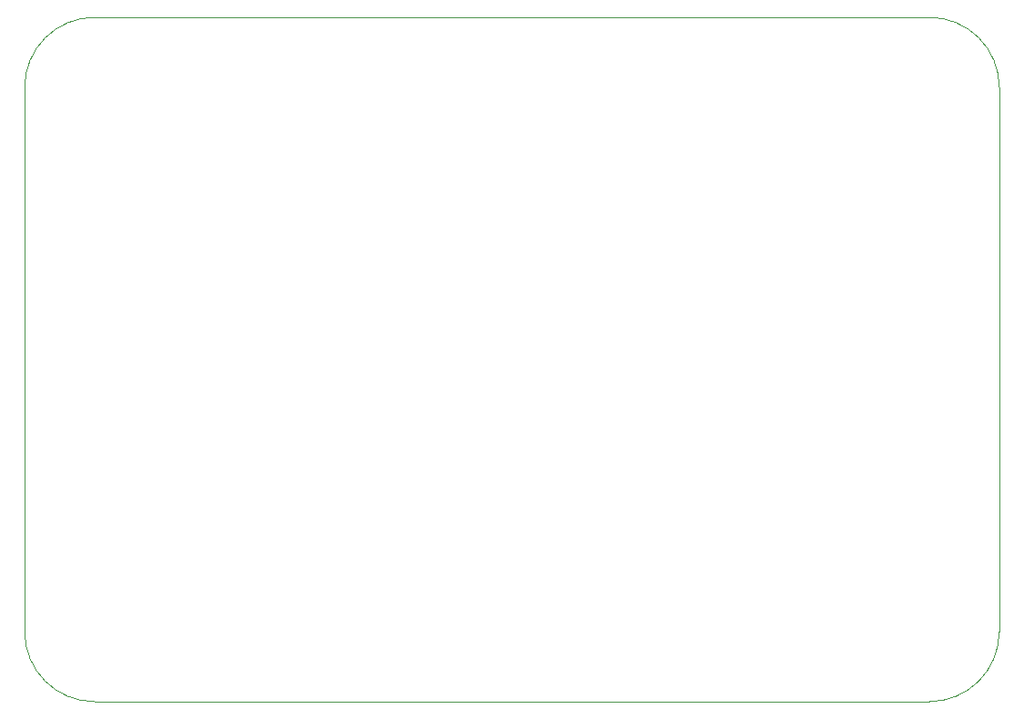
<source format=gm1>
%TF.GenerationSoftware,KiCad,Pcbnew,9.0.2*%
%TF.CreationDate,2026-01-01T17:21:28+07:00*%
%TF.ProjectId,ControlMikon,436f6e74-726f-46c4-9d69-6b6f6e2e6b69,rev?*%
%TF.SameCoordinates,Original*%
%TF.FileFunction,Profile,NP*%
%FSLAX46Y46*%
G04 Gerber Fmt 4.6, Leading zero omitted, Abs format (unit mm)*
G04 Created by KiCad (PCBNEW 9.0.2) date 2026-01-01 17:21:28*
%MOMM*%
%LPD*%
G01*
G04 APERTURE LIST*
%TA.AperFunction,Profile*%
%ADD10C,0.050000*%
%TD*%
G04 APERTURE END LIST*
D10*
X171500000Y-186403806D02*
G75*
G02*
X164999994Y-179903806I0J6500006D01*
G01*
X165000000Y-129250000D02*
X165000001Y-179903806D01*
X249153806Y-186403800D02*
X171500000Y-186403806D01*
X255660995Y-129245930D02*
X255653806Y-179903800D01*
X255653806Y-179903806D02*
G75*
G02*
X249153806Y-186403806I-6500006J6D01*
G01*
X249160995Y-122745930D02*
X171500000Y-122750000D01*
X165000000Y-129250000D02*
G75*
G02*
X171500000Y-122750000I6500000J0D01*
G01*
X249160995Y-122745930D02*
G75*
G02*
X255660970Y-129245930I5J-6499970D01*
G01*
M02*

</source>
